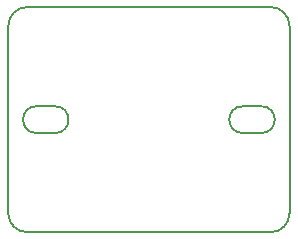
<source format=gbr>
%TF.GenerationSoftware,KiCad,Pcbnew,7.0.6*%
%TF.CreationDate,2024-06-20T12:42:18-04:00*%
%TF.ProjectId,ActiveImpactor_Encoder_Celera,41637469-7665-4496-9d70-6163746f725f,rev?*%
%TF.SameCoordinates,Original*%
%TF.FileFunction,Profile,NP*%
%FSLAX46Y46*%
G04 Gerber Fmt 4.6, Leading zero omitted, Abs format (unit mm)*
G04 Created by KiCad (PCBNEW 7.0.6) date 2024-06-20 12:42:18*
%MOMM*%
%LPD*%
G01*
G04 APERTURE LIST*
%TA.AperFunction,Profile*%
%ADD10C,0.200000*%
%TD*%
G04 APERTURE END LIST*
D10*
X9525000Y-1130300D02*
G75*
G03*
X9525000Y1130300I0J1130300D01*
G01*
X7937500Y1130300D02*
G75*
G03*
X7937500Y-1130300I0J-1130300D01*
G01*
X-7937500Y-1130300D02*
G75*
G03*
X-7937500Y1130300I0J1130300D01*
G01*
X-9525000Y1130300D02*
G75*
G03*
X-9525000Y-1130300I0J-1130300D01*
G01*
X-10318750Y-9525000D02*
X10318750Y-9525000D01*
X9525000Y-1130300D02*
X7937500Y-1130300D01*
X-11906250Y7937500D02*
X-11906250Y-7937500D01*
X11906250Y7937500D02*
G75*
G03*
X10318750Y9525000I-1587500J0D01*
G01*
X11906250Y-7937500D02*
X11906250Y7937500D01*
X-10318750Y9525000D02*
G75*
G03*
X-11906250Y7937500I0J-1587500D01*
G01*
X7937500Y1130300D02*
X9525000Y1130300D01*
X-9525000Y1130300D02*
X-7937500Y1130300D01*
X10318750Y-9525000D02*
G75*
G03*
X11906250Y-7937500I0J1587500D01*
G01*
X-11906250Y-7937500D02*
G75*
G03*
X-10318750Y-9525000I1587500J0D01*
G01*
X10318750Y9525000D02*
X-10318750Y9525000D01*
X-7937500Y-1130300D02*
X-9525000Y-1130300D01*
M02*

</source>
